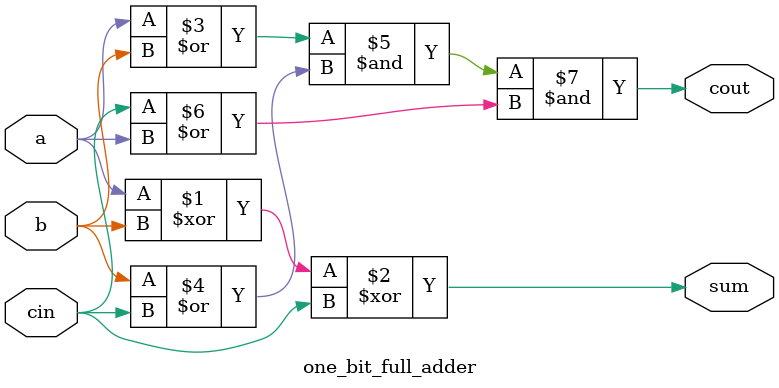
<source format=v>
module one_bit_full_adder (a, b, cin, sum, cout);

   // inputs
   input a;    // first operand bit
   input b;    // second operand bit
   input cin;  // carry in bit

   // outputs
   output sum;    // final sum bit
   wire sum;
   output cout;   // carry out bit
   wire cout;

   assign sum = a^b^cin;
   assign cout = (a|b)&(b|cin)&(cin|a);

endmodule
</source>
